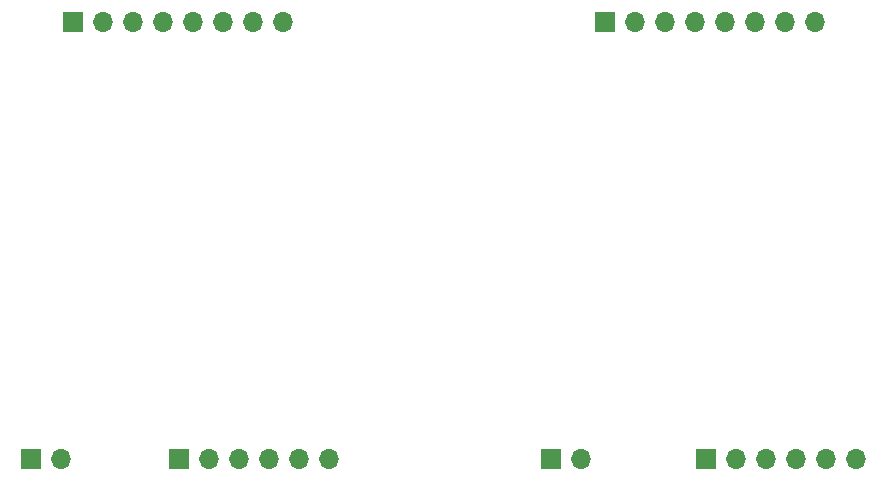
<source format=gbs>
G04 #@! TF.GenerationSoftware,KiCad,Pcbnew,(6.0.1)*
G04 #@! TF.CreationDate,2023-03-29T19:46:05-04:00*
G04 #@! TF.ProjectId,G-NiceRF Breakout Board,472d4e69-6365-4524-9620-427265616b6f,rev?*
G04 #@! TF.SameCoordinates,Original*
G04 #@! TF.FileFunction,Soldermask,Bot*
G04 #@! TF.FilePolarity,Negative*
%FSLAX46Y46*%
G04 Gerber Fmt 4.6, Leading zero omitted, Abs format (unit mm)*
G04 Created by KiCad (PCBNEW (6.0.1)) date 2023-03-29 19:46:05*
%MOMM*%
%LPD*%
G01*
G04 APERTURE LIST*
%ADD10R,1.700000X1.700000*%
%ADD11O,1.700000X1.700000*%
G04 APERTURE END LIST*
D10*
X137125000Y-45000000D03*
D11*
X139665000Y-45000000D03*
X142205000Y-45000000D03*
X144745000Y-45000000D03*
X147285000Y-45000000D03*
X149825000Y-45000000D03*
X152365000Y-45000000D03*
X154905000Y-45000000D03*
D10*
X145650000Y-82000000D03*
D11*
X148190000Y-82000000D03*
X150730000Y-82000000D03*
X153270000Y-82000000D03*
X155810000Y-82000000D03*
X158350000Y-82000000D03*
D10*
X88500000Y-82000000D03*
D11*
X91040000Y-82000000D03*
D10*
X92000000Y-45000000D03*
D11*
X94540000Y-45000000D03*
X97080000Y-45000000D03*
X99620000Y-45000000D03*
X102160000Y-45000000D03*
X104700000Y-45000000D03*
X107240000Y-45000000D03*
X109780000Y-45000000D03*
D10*
X132500000Y-82000000D03*
D11*
X135040000Y-82000000D03*
D10*
X101000000Y-82000000D03*
D11*
X103540000Y-82000000D03*
X106080000Y-82000000D03*
X108620000Y-82000000D03*
X111160000Y-82000000D03*
X113700000Y-82000000D03*
M02*

</source>
